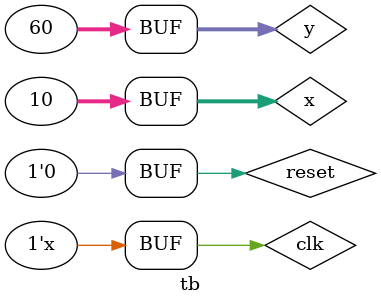
<source format=v>
`timescale 1ns / 1ps


module tb;
    reg clk;
    reg reset;
   
    reg [31:0] x;
    reg [31:0] y;
    wire [31:0] gcd;
   
   
gcd_calculator dut(clk,reset,x,y,gcd);

initial begin
clk=0;
end

always #5 clk=~clk;

initial begin
reset=1;
#10
x=40;
y=20;
reset=0;

end

initial begin
#40 x=10;
y=60;


end
  

endmodule

</source>
